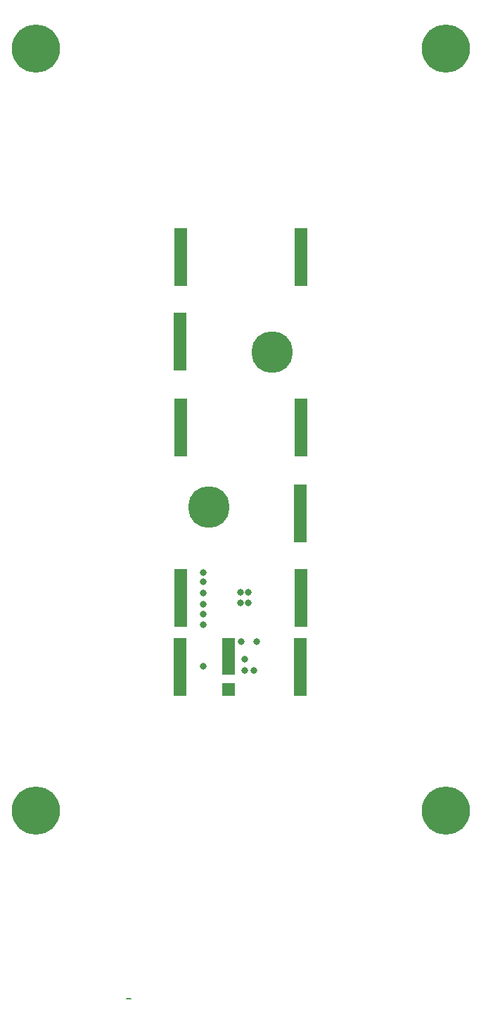
<source format=gtl>
%FSLAX44Y44*%
%MOMM*%
G71*
G01*
G75*
G04 Layer_Physical_Order=1*
G04 Layer_Color=255*
%ADD10R,1.5000X7.0000*%
%ADD11R,1.5000X7.0000*%
%ADD12R,1.5000X1.5000*%
%ADD13R,1.5000X4.4000*%
%ADD14C,0.8000*%
%ADD15C,0.2000*%
%ADD16C,1.0000*%
%ADD17C,5.0000*%
%ADD18C,5.8000*%
%ADD19C,0.8000*%
D10*
X562000Y204250D02*
D03*
X417000Y204250D02*
D03*
X562000Y389000D02*
D03*
X417000Y596000D02*
D03*
D11*
X562500Y492500D02*
D03*
Y287500D02*
D03*
Y697500D02*
D03*
X417500Y287500D02*
D03*
Y697500D02*
D03*
Y492500D02*
D03*
D12*
X475000Y177500D02*
D03*
D13*
Y217500D02*
D03*
D14*
X562500Y282500D02*
Y287500D01*
Y263700D02*
Y287500D01*
D15*
X352500Y-194500D02*
X357500D01*
D16*
X562000Y381000D02*
X562500Y380500D01*
D17*
X452000Y397000D02*
D03*
X528000Y583000D02*
D03*
D18*
X737000Y948000D02*
D03*
X243000D02*
D03*
X737000Y32000D02*
D03*
X243000D02*
D03*
D19*
X489750Y281300D02*
D03*
X498750Y281250D02*
D03*
X489750Y293800D02*
D03*
X498800D02*
D03*
X562750Y378000D02*
D03*
Y389000D02*
D03*
X414000Y520000D02*
D03*
X417000Y235000D02*
D03*
X562750Y400000D02*
D03*
Y411000D02*
D03*
Y367000D02*
D03*
X562000Y298000D02*
D03*
Y289000D02*
D03*
Y279500D02*
D03*
Y307000D02*
D03*
X562250Y270000D02*
D03*
X562000Y229000D02*
D03*
Y220000D02*
D03*
Y211000D02*
D03*
Y202000D02*
D03*
X417000Y224000D02*
D03*
Y213000D02*
D03*
Y202000D02*
D03*
Y191000D02*
D03*
Y306000D02*
D03*
Y295000D02*
D03*
Y284000D02*
D03*
Y317000D02*
D03*
Y273000D02*
D03*
Y608000D02*
D03*
Y597000D02*
D03*
Y586000D02*
D03*
Y619000D02*
D03*
Y575000D02*
D03*
X417500Y709000D02*
D03*
Y698000D02*
D03*
Y687000D02*
D03*
Y720000D02*
D03*
Y676000D02*
D03*
X563000Y675000D02*
D03*
Y719000D02*
D03*
Y686000D02*
D03*
Y697000D02*
D03*
Y708000D02*
D03*
X566000Y475000D02*
D03*
Y465000D02*
D03*
Y511000D02*
D03*
Y520000D02*
D03*
X414000Y511000D02*
D03*
Y474000D02*
D03*
Y465000D02*
D03*
X445000Y318000D02*
D03*
Y268000D02*
D03*
Y255500D02*
D03*
X491000Y235000D02*
D03*
X445000Y280000D02*
D03*
X445022Y306515D02*
D03*
X445000Y293000D02*
D03*
X509000Y235000D02*
D03*
X494750Y213500D02*
D03*
X506250Y200500D02*
D03*
X495000D02*
D03*
X475000Y177500D02*
D03*
Y232250D02*
D03*
X445000Y205500D02*
D03*
M02*

</source>
